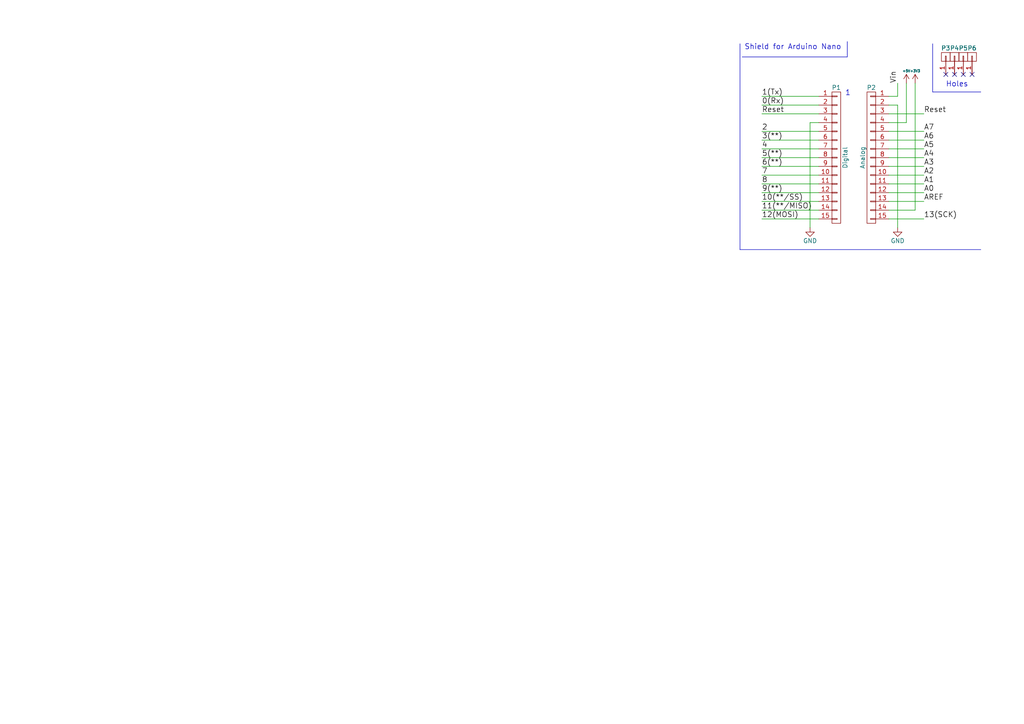
<source format=kicad_sch>
(kicad_sch (version 20230121) (generator eeschema)
  (paper "A4")
  (title_block (date "jeu. 02 avril 2015"))
  (lib_symbols
    (symbol "Arduino_Nano-rescue:+3.3V" (power) (pin_names (offset 0))
      (property "Value" "+3.3V" (at 0 3.556 0))
      (symbol "+3.3V_0_1"
        (polyline (pts (xy -0.762 1.27) (xy 0 2.54)))
        (polyline (pts (xy 0 0) (xy 0 2.54)))
        (polyline (pts (xy 0 2.54) (xy 0.762 1.27)))
      )
      (symbol "+3.3V_1_1"
        (pin power_in line (at 0 0 90) (length 0) hide (name "+3V3") (number "1"))
      )
    )
    (symbol "Arduino_Nano-rescue:+5V" (power) (pin_names (offset 0))
      (property "Value" "+5V" (at 0 3.556 0))
      (symbol "+5V_0_1"
        (polyline (pts (xy -0.762 1.27) (xy 0 2.54)))
        (polyline (pts (xy 0 0) (xy 0 2.54)))
        (polyline (pts (xy 0 2.54) (xy 0.762 1.27)))
      )
      (symbol "+5V_1_1"
        (pin power_in line (at 0 0 90) (length 0) hide (name "+5V") (number "1"))
      )
    )
    (symbol "Arduino_Nano-rescue:CONN_01X01" (pin_names (offset 1.016) hide)
      (property "Reference" "P" (at 0 2.54 0))
      (property "Value" "CONN_01X01" (at 2.54 0 90))
      (symbol "CONN_01X01_0_1"
        (rectangle (start -1.27 0.127) (end 0.254 -0.127))
        (rectangle (start -1.27 1.27) (end 1.27 -1.27))
      )
      (symbol "CONN_01X01_1_1"
        (pin passive line (at -5.08 0 0) (length 3.81) (name "P1") (number "1"))
      )
    )
    (symbol "Arduino_Nano-rescue:CONN_01X15" (pin_names (offset 1.016) hide)
      (property "Reference" "P" (at 0 20.32 0))
      (property "Value" "CONN_01X15" (at 2.54 0 90))
      (symbol "CONN_01X15_0_1"
        (rectangle (start -1.27 -17.653) (end 0.254 -17.907))
        (rectangle (start -1.27 -15.113) (end 0.254 -15.367))
        (rectangle (start -1.27 -12.573) (end 0.254 -12.827))
        (rectangle (start -1.27 -10.033) (end 0.254 -10.287))
        (rectangle (start -1.27 -7.493) (end 0.254 -7.747))
        (rectangle (start -1.27 -4.953) (end 0.254 -5.207))
        (rectangle (start -1.27 -2.413) (end 0.254 -2.667))
        (rectangle (start -1.27 0.127) (end 0.254 -0.127))
        (rectangle (start -1.27 2.667) (end 0.254 2.413))
        (rectangle (start -1.27 5.207) (end 0.254 4.953))
        (rectangle (start -1.27 7.747) (end 0.254 7.493))
        (rectangle (start -1.27 10.287) (end 0.254 10.033))
        (rectangle (start -1.27 12.827) (end 0.254 12.573))
        (rectangle (start -1.27 15.367) (end 0.254 15.113))
        (rectangle (start -1.27 17.907) (end 0.254 17.653))
        (rectangle (start -1.27 19.05) (end 1.27 -19.05))
      )
      (symbol "CONN_01X15_1_1"
        (pin passive line (at -5.08 17.78 0) (length 3.81) (name "P1") (number "1"))
        (pin passive line (at -5.08 -5.08 0) (length 3.81) (name "P10") (number "10"))
        (pin passive line (at -5.08 -7.62 0) (length 3.81) (name "P11") (number "11"))
        (pin passive line (at -5.08 -10.16 0) (length 3.81) (name "P12") (number "12"))
        (pin passive line (at -5.08 -12.7 0) (length 3.81) (name "P13") (number "13"))
        (pin passive line (at -5.08 -15.24 0) (length 3.81) (name "P14") (number "14"))
        (pin passive line (at -5.08 -17.78 0) (length 3.81) (name "P15") (number "15"))
        (pin passive line (at -5.08 15.24 0) (length 3.81) (name "P2") (number "2"))
        (pin passive line (at -5.08 12.7 0) (length 3.81) (name "P3") (number "3"))
        (pin passive line (at -5.08 10.16 0) (length 3.81) (name "P4") (number "4"))
        (pin passive line (at -5.08 7.62 0) (length 3.81) (name "P5") (number "5"))
        (pin passive line (at -5.08 5.08 0) (length 3.81) (name "P6") (number "6"))
        (pin passive line (at -5.08 2.54 0) (length 3.81) (name "P7") (number "7"))
        (pin passive line (at -5.08 0 0) (length 3.81) (name "P8") (number "8"))
        (pin passive line (at -5.08 -2.54 0) (length 3.81) (name "P9") (number "9"))
      )
    )
    (symbol "Arduino_Nano-rescue:GND" (power) (pin_names (offset 0))
      (property "Value" "GND" (at 0 -3.81 0))
      (symbol "GND_0_1"
        (polyline (pts (xy 0 0) (xy 0 -1.27) (xy 1.27 -1.27) (xy 0 -2.54) (xy -1.27 -1.27) (xy 0 -1.27)))
      )
      (symbol "GND_1_1"
        (pin power_in line (at 0 0 270) (length 0) hide (name "GND") (number "1"))
      )
    )
  )
  (no_connect (at 274.32 21.59))
  (no_connect (at 276.86 21.59))
  (no_connect (at 281.94 21.59))
  (no_connect (at 279.4 21.59))
  (wire (pts (xy 265.43 60.96) (xy 257.81 60.96)))
  (polyline (pts (xy 245.745 16.51) (xy 245.745 12.065)))
  (wire (pts (xy 237.49 50.8) (xy 220.98 50.8)))
  (wire (pts (xy 257.81 27.94) (xy 260.35 27.94)))
  (wire (pts (xy 267.97 58.42) (xy 257.81 58.42)))
  (wire (pts (xy 220.98 53.34) (xy 237.49 53.34)))
  (wire (pts (xy 260.35 27.94) (xy 260.35 24.13)))
  (wire (pts (xy 237.49 33.02) (xy 220.98 33.02)))
  (wire (pts (xy 237.49 55.88) (xy 220.98 55.88)))
  (wire (pts (xy 262.89 24.13) (xy 262.89 35.56)))
  (wire (pts (xy 237.49 60.96) (xy 220.98 60.96)))
  (wire (pts (xy 220.98 30.48) (xy 237.49 30.48)))
  (wire (pts (xy 257.81 53.34) (xy 267.97 53.34)))
  (wire (pts (xy 265.43 24.13) (xy 265.43 60.96)))
  (wire (pts (xy 267.97 40.64) (xy 257.81 40.64)))
  (wire (pts (xy 237.49 40.64) (xy 220.98 40.64)))
  (wire (pts (xy 262.89 35.56) (xy 257.81 35.56)))
  (wire (pts (xy 257.81 63.5) (xy 267.97 63.5)))
  (wire (pts (xy 237.49 45.72) (xy 220.98 45.72)))
  (wire (pts (xy 220.98 38.1) (xy 237.49 38.1)))
  (wire (pts (xy 220.98 48.26) (xy 237.49 48.26)))
  (wire (pts (xy 267.97 55.88) (xy 257.81 55.88)))
  (polyline (pts (xy 270.51 26.67) (xy 270.51 12.7)))
  (wire (pts (xy 220.98 63.5) (xy 237.49 63.5)))
  (polyline (pts (xy 214.63 72.39) (xy 214.63 12.7)))
  (wire (pts (xy 257.81 38.1) (xy 267.97 38.1)))
  (wire (pts (xy 260.35 66.04) (xy 260.35 30.48)))
  (wire (pts (xy 267.97 50.8) (xy 257.81 50.8)))
  (wire (pts (xy 237.49 27.94) (xy 220.98 27.94)))
  (polyline (pts (xy 284.48 72.39) (xy 214.63 72.39)))
  (polyline (pts (xy 284.48 26.67) (xy 270.51 26.67)))
  (wire (pts (xy 257.81 45.72) (xy 267.97 45.72)))
  (polyline (pts (xy 215.265 16.51) (xy 245.745 16.51)))
  (wire (pts (xy 220.98 43.18) (xy 237.49 43.18)))
  (wire (pts (xy 260.35 30.48) (xy 257.81 30.48)))
  (wire (pts (xy 220.98 58.42) (xy 237.49 58.42)))
  (wire (pts (xy 267.97 48.26) (xy 257.81 48.26)))
  (wire (pts (xy 267.97 33.02) (xy 257.81 33.02)))
  (wire (pts (xy 267.97 43.18) (xy 257.81 43.18)))
  (wire (pts (xy 237.49 35.56) (xy 234.95 35.56)))
  (wire (pts (xy 234.95 35.56) (xy 234.95 66.04)))
  (text "Shield for Arduino Nano" (at 215.9 14.605 0) (effects (font (size 1.524 1.524)) (justify left bottom)))
  (text "1" (at 245.11 27.94 0) (effects (font (size 1.524 1.524)) (justify left bottom)))
  (text "Holes" (at 274.32 25.4 0) (effects (font (size 1.524 1.524)) (justify left bottom)))
  (label "5(**)" (at 220.98 45.72 0) (effects (font (size 1.524 1.524))))
  (label "A5" (at 267.97 43.18 0) (effects (font (size 1.524 1.524))))
  (label "4" (at 220.98 43.18 0) (effects (font (size 1.524 1.524))))
  (label "7" (at 220.98 50.8 0) (effects (font (size 1.524 1.524))))
  (label "A4" (at 267.97 45.72 0) (effects (font (size 1.524 1.524))))
  (label "A2" (at 267.97 50.8 0) (effects (font (size 1.524 1.524))))
  (label "2" (at 220.98 38.1 0) (effects (font (size 1.524 1.524))))
  (label "A6" (at 267.97 40.64 0) (effects (font (size 1.524 1.524))))
  (label "13(SCK)" (at 267.97 63.5 0) (effects (font (size 1.524 1.524))))
  (label "Vin" (at 260.35 24.13 90) (effects (font (size 1.524 1.524))))
  (label "12(MOSI)" (at 220.98 63.5 0) (effects (font (size 1.524 1.524))))
  (label "AREF" (at 267.97 58.42 0) (effects (font (size 1.524 1.524))))
  (label "0(Rx)" (at 220.98 30.48 0) (effects (font (size 1.524 1.524))))
  (label "10(**/SS)" (at 220.98 58.42 0) (effects (font (size 1.524 1.524))))
  (label "6(**)" (at 220.98 48.26 0) (effects (font (size 1.524 1.524))))
  (label "A0" (at 267.97 55.88 0) (effects (font (size 1.524 1.524))))
  (label "A7" (at 267.97 38.1 0) (effects (font (size 1.524 1.524))))
  (label "9(**)" (at 220.98 55.88 0) (effects (font (size 1.524 1.524))))
  (label "Reset" (at 267.97 33.02 0) (effects (font (size 1.524 1.524))))
  (label "A1" (at 267.97 53.34 0) (effects (font (size 1.524 1.524))))
  (label "8" (at 220.98 53.34 0) (effects (font (size 1.524 1.524))))
  (label "11(**/MISO)" (at 220.98 60.96 0) (effects (font (size 1.524 1.524))))
  (label "A3" (at 267.97 48.26 0) (effects (font (size 1.524 1.524))))
  (label "Reset" (at 220.98 33.02 0) (effects (font (size 1.524 1.524))))
  (label "1(Tx)" (at 220.98 27.94 0) (effects (font (size 1.524 1.524))))
  (label "3(**)" (at 220.98 40.64 0) (effects (font (size 1.524 1.524))))
  (symbol (lib_id "Arduino_Nano-rescue:CONN_01X01") (at 274.32 16.51 90) (unit 1)
    (property "Reference" "P3" (at 274.32 13.97 90))
    (property "Value" "CONN_01X01" (effects hide))
    (property "Footprint" "Socket_Arduino_Nano:1pin_Nano" (effects hide))
  )
  (symbol (lib_id "Arduino_Nano-rescue:CONN_01X01") (at 276.86 16.51 90) (unit 1)
    (property "Reference" "P4" (at 276.86 13.97 90))
    (property "Value" "CONN_01X01" (effects hide))
    (property "Footprint" "Socket_Arduino_Nano:1pin_Nano" (effects hide))
  )
  (symbol (lib_id "Arduino_Nano-rescue:CONN_01X01") (at 279.4 16.51 90) (unit 1)
    (property "Reference" "P5" (at 279.4 13.97 90))
    (property "Value" "CONN_01X01" (effects hide))
    (property "Footprint" "Socket_Arduino_Nano:1pin_Nano" (effects hide))
  )
  (symbol (lib_id "Arduino_Nano-rescue:CONN_01X01") (at 281.94 16.51 90) (unit 1)
    (property "Reference" "P6" (at 281.94 13.97 90))
    (property "Value" "CONN_01X01" (effects hide))
    (property "Footprint" "Socket_Arduino_Nano:1pin_Nano" (effects hide))
  )
  (symbol (lib_id "Arduino_Nano-rescue:CONN_01X15") (at 242.57 45.72 0) (unit 1)
    (property "Reference" "P1" (at 242.57 25.4 0))
    (property "Value" "Digital" (at 245.11 45.72 90))
    (property "Footprint" "Socket_Arduino_Nano:Socket_Strip_Arduino_1x15" (effects hide))
  )
  (symbol (lib_id "Arduino_Nano-rescue:CONN_01X15") (at 252.73 45.72 0) (mirror y) (unit 1)
    (property "Reference" "P2" (at 252.73 25.4 0))
    (property "Value" "Analog" (at 250.19 45.72 90))
    (property "Footprint" "Socket_Arduino_Nano:Socket_Strip_Arduino_1x15" (effects hide))
  )
  (symbol (lib_id "Arduino_Nano-rescue:GND") (at 234.95 66.04 0) (unit 1)
    (property "Reference" "#PWR01" (effects hide))
    (property "Value" "GND" (at 234.95 69.85 0))
  )
  (symbol (lib_id "Arduino_Nano-rescue:GND") (at 260.35 66.04 0) (unit 1)
    (property "Reference" "#PWR02" (effects hide))
    (property "Value" "GND" (at 260.35 69.85 0))
  )
  (symbol (lib_id "Arduino_Nano-rescue:+5V") (at 262.89 24.13 0) (unit 1)
    (property "Reference" "#PWR03" (effects hide))
    (property "Value" "+5V" (at 262.89 20.574 0) (effects (font (size 0.7112 0.7112))))
  )
  (symbol (lib_id "Arduino_Nano-rescue:+3.3V") (at 265.43 24.13 0) (unit 1)
    (property "Reference" "#PWR04" (effects hide))
    (property "Value" "+3.3V" (at 265.43 20.574 0) (effects (font (size 0.7112 0.7112))))
  )
)
</source>
